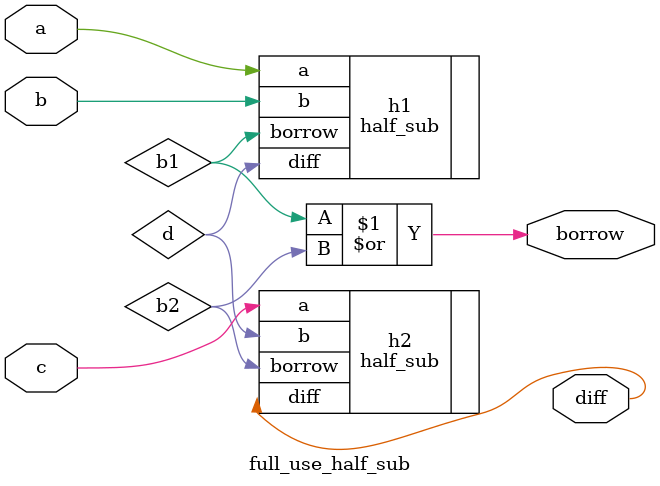
<source format=v>
module full_use_half_sub(a,b,c,diff,borrow);

//port direction
input a,b,c;//input port
output diff,borrow;//output port
wire d,b1,b2;//wire 
wire p,q;//wire

//initialization
half_sub h1(.a(a),.b(b),.diff(d),.borrow(b1));
half_sub h2(.a(c),.b(d),.diff(diff),.borrow(b2));
or o1(borrow,b1,b2);


endmodule
</source>
